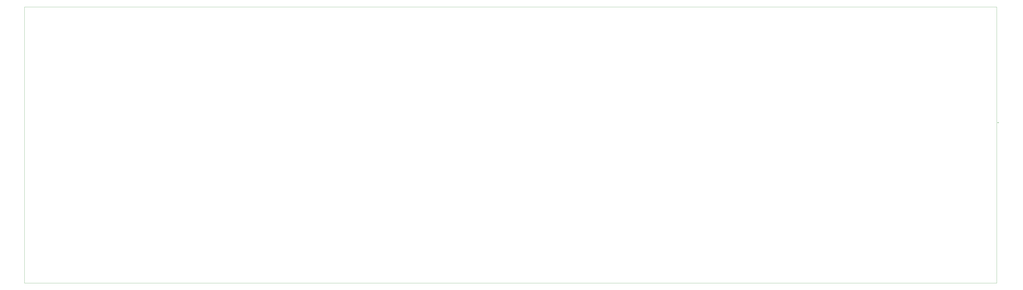
<source format=gbr>
%TF.GenerationSoftware,KiCad,Pcbnew,8.0.5*%
%TF.CreationDate,2025-05-24T13:04:27-04:00*%
%TF.ProjectId,Keyboard-Saturn,4b657962-6f61-4726-942d-53617475726e,rev?*%
%TF.SameCoordinates,Original*%
%TF.FileFunction,Profile,NP*%
%FSLAX46Y46*%
G04 Gerber Fmt 4.6, Leading zero omitted, Abs format (unit mm)*
G04 Created by KiCad (PCBNEW 8.0.5) date 2025-05-24 13:04:27*
%MOMM*%
%LPD*%
G01*
G04 APERTURE LIST*
%TA.AperFunction,Profile*%
%ADD10C,0.050000*%
%TD*%
G04 APERTURE END LIST*
D10*
X459750000Y-94350000D02*
X460225000Y-94350000D01*
X460225000Y-94525000D01*
X459750000Y-94525000D01*
X459750000Y-94350000D01*
X21300000Y-42375000D02*
X459400000Y-42375000D01*
X459400000Y-166725000D01*
X21300000Y-166725000D01*
X21300000Y-42375000D01*
M02*

</source>
